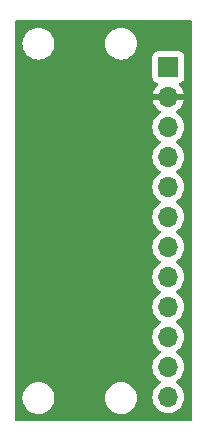
<source format=gbr>
%TF.GenerationSoftware,KiCad,Pcbnew,(7.0.0-0)*%
%TF.CreationDate,2023-06-29T18:43:16+08:00*%
%TF.ProjectId,cirque-connector,63697271-7565-42d6-936f-6e6e6563746f,rev?*%
%TF.SameCoordinates,Original*%
%TF.FileFunction,Copper,L2,Bot*%
%TF.FilePolarity,Positive*%
%FSLAX46Y46*%
G04 Gerber Fmt 4.6, Leading zero omitted, Abs format (unit mm)*
G04 Created by KiCad (PCBNEW (7.0.0-0)) date 2023-06-29 18:43:16*
%MOMM*%
%LPD*%
G01*
G04 APERTURE LIST*
%TA.AperFunction,ComponentPad*%
%ADD10R,1.700000X1.700000*%
%TD*%
%TA.AperFunction,ComponentPad*%
%ADD11O,1.700000X1.700000*%
%TD*%
G04 APERTURE END LIST*
D10*
%TO.P,J2,1,Pin_1*%
%TO.N,/3V*%
X40999999Y-54979999D03*
D11*
%TO.P,J2,2,Pin_2*%
%TO.N,/GND*%
X40999999Y-57519999D03*
%TO.P,J2,3,Pin_3*%
%TO.N,/SDA*%
X40999999Y-60059999D03*
%TO.P,J2,4,Pin_4*%
%TO.N,/SCL*%
X40999999Y-62599999D03*
%TO.P,J2,5,Pin_5*%
%TO.N,Net-(J1-Pin_5)*%
X40999999Y-65139999D03*
%TO.P,J2,6,Pin_6*%
%TO.N,/B2*%
X40999999Y-67679999D03*
%TO.P,J2,7,Pin_7*%
%TO.N,Net-(J1-Pin_7)*%
X40999999Y-70219999D03*
%TO.P,J2,8,Pin_8*%
%TO.N,/SI*%
X40999999Y-72759999D03*
%TO.P,J2,9,Pin_9*%
%TO.N,/DR*%
X40999999Y-75299999D03*
%TO.P,J2,10,Pin_10*%
%TO.N,/SS*%
X40999999Y-77839999D03*
%TO.P,J2,11,Pin_11*%
%TO.N,/SO*%
X40999999Y-80379999D03*
%TO.P,J2,12,Pin_12*%
%TO.N,/SCK*%
X40999999Y-82919999D03*
%TD*%
%TA.AperFunction,Conductor*%
%TO.N,/GND*%
G36*
X42927500Y-51027113D02*
G01*
X42972887Y-51072500D01*
X42989500Y-51134500D01*
X42989500Y-84865500D01*
X42972887Y-84927500D01*
X42927500Y-84972887D01*
X42865500Y-84989500D01*
X28134500Y-84989500D01*
X28072500Y-84972887D01*
X28027113Y-84927500D01*
X28010500Y-84865500D01*
X28010500Y-83000000D01*
X28644341Y-83000000D01*
X28664937Y-83235408D01*
X28666336Y-83240630D01*
X28666337Y-83240634D01*
X28724694Y-83458430D01*
X28724697Y-83458438D01*
X28726097Y-83463663D01*
X28825965Y-83677829D01*
X28961505Y-83871401D01*
X29128599Y-84038495D01*
X29322171Y-84174035D01*
X29536337Y-84273903D01*
X29541567Y-84275304D01*
X29541569Y-84275305D01*
X29583619Y-84286572D01*
X29764592Y-84335063D01*
X29941034Y-84350500D01*
X30056258Y-84350500D01*
X30058966Y-84350500D01*
X30235408Y-84335063D01*
X30463663Y-84273903D01*
X30677829Y-84174035D01*
X30871401Y-84038495D01*
X31038495Y-83871401D01*
X31174035Y-83677830D01*
X31273903Y-83463663D01*
X31335063Y-83235408D01*
X31355659Y-83000000D01*
X35644341Y-83000000D01*
X35664937Y-83235408D01*
X35666336Y-83240630D01*
X35666337Y-83240634D01*
X35724694Y-83458430D01*
X35724697Y-83458438D01*
X35726097Y-83463663D01*
X35825965Y-83677829D01*
X35961505Y-83871401D01*
X36128599Y-84038495D01*
X36322171Y-84174035D01*
X36536337Y-84273903D01*
X36541567Y-84275304D01*
X36541569Y-84275305D01*
X36583619Y-84286572D01*
X36764592Y-84335063D01*
X36941034Y-84350500D01*
X37056258Y-84350500D01*
X37058966Y-84350500D01*
X37235408Y-84335063D01*
X37463663Y-84273903D01*
X37677829Y-84174035D01*
X37871401Y-84038495D01*
X38038495Y-83871401D01*
X38174035Y-83677830D01*
X38273903Y-83463663D01*
X38335063Y-83235408D01*
X38355659Y-83000000D01*
X38348660Y-82920000D01*
X39644341Y-82920000D01*
X39664937Y-83155408D01*
X39666336Y-83160630D01*
X39666337Y-83160634D01*
X39724694Y-83378430D01*
X39724697Y-83378438D01*
X39726097Y-83383663D01*
X39728385Y-83388570D01*
X39728386Y-83388572D01*
X39823678Y-83592927D01*
X39823681Y-83592933D01*
X39825965Y-83597830D01*
X39829064Y-83602257D01*
X39829066Y-83602259D01*
X39958399Y-83786966D01*
X39958402Y-83786970D01*
X39961505Y-83791401D01*
X40128599Y-83958495D01*
X40322170Y-84094035D01*
X40536337Y-84193903D01*
X40764592Y-84255063D01*
X41000000Y-84275659D01*
X41235408Y-84255063D01*
X41463663Y-84193903D01*
X41677830Y-84094035D01*
X41871401Y-83958495D01*
X42038495Y-83791401D01*
X42174035Y-83597830D01*
X42273903Y-83383663D01*
X42335063Y-83155408D01*
X42355659Y-82920000D01*
X42335063Y-82684592D01*
X42273903Y-82456337D01*
X42174035Y-82242171D01*
X42038495Y-82048599D01*
X41871401Y-81881505D01*
X41866968Y-81878401D01*
X41866961Y-81878395D01*
X41685842Y-81751575D01*
X41646976Y-81707257D01*
X41632965Y-81650000D01*
X41646976Y-81592743D01*
X41685842Y-81548425D01*
X41866961Y-81421604D01*
X41866961Y-81421603D01*
X41871401Y-81418495D01*
X42038495Y-81251401D01*
X42174035Y-81057830D01*
X42273903Y-80843663D01*
X42335063Y-80615408D01*
X42355659Y-80380000D01*
X42335063Y-80144592D01*
X42273903Y-79916337D01*
X42174035Y-79702171D01*
X42038495Y-79508599D01*
X41871401Y-79341505D01*
X41866968Y-79338401D01*
X41866961Y-79338395D01*
X41685842Y-79211575D01*
X41646976Y-79167257D01*
X41632965Y-79110000D01*
X41646976Y-79052743D01*
X41685842Y-79008425D01*
X41866961Y-78881604D01*
X41866961Y-78881603D01*
X41871401Y-78878495D01*
X42038495Y-78711401D01*
X42174035Y-78517830D01*
X42273903Y-78303663D01*
X42335063Y-78075408D01*
X42355659Y-77840000D01*
X42335063Y-77604592D01*
X42273903Y-77376337D01*
X42174035Y-77162171D01*
X42038495Y-76968599D01*
X41871401Y-76801505D01*
X41866968Y-76798401D01*
X41866961Y-76798395D01*
X41685842Y-76671575D01*
X41646976Y-76627257D01*
X41632965Y-76570000D01*
X41646976Y-76512743D01*
X41685842Y-76468425D01*
X41866961Y-76341604D01*
X41866961Y-76341603D01*
X41871401Y-76338495D01*
X42038495Y-76171401D01*
X42174035Y-75977830D01*
X42273903Y-75763663D01*
X42335063Y-75535408D01*
X42355659Y-75300000D01*
X42335063Y-75064592D01*
X42273903Y-74836337D01*
X42174035Y-74622171D01*
X42038495Y-74428599D01*
X41871401Y-74261505D01*
X41866968Y-74258401D01*
X41866961Y-74258395D01*
X41685842Y-74131575D01*
X41646976Y-74087257D01*
X41632965Y-74030000D01*
X41646976Y-73972743D01*
X41685842Y-73928425D01*
X41866961Y-73801604D01*
X41866961Y-73801603D01*
X41871401Y-73798495D01*
X42038495Y-73631401D01*
X42174035Y-73437830D01*
X42273903Y-73223663D01*
X42335063Y-72995408D01*
X42355659Y-72760000D01*
X42335063Y-72524592D01*
X42273903Y-72296337D01*
X42174035Y-72082171D01*
X42038495Y-71888599D01*
X41871401Y-71721505D01*
X41866968Y-71718401D01*
X41866961Y-71718395D01*
X41685842Y-71591575D01*
X41646976Y-71547257D01*
X41632965Y-71490000D01*
X41646976Y-71432743D01*
X41685842Y-71388425D01*
X41866961Y-71261604D01*
X41866961Y-71261603D01*
X41871401Y-71258495D01*
X42038495Y-71091401D01*
X42174035Y-70897830D01*
X42273903Y-70683663D01*
X42335063Y-70455408D01*
X42355659Y-70220000D01*
X42335063Y-69984592D01*
X42273903Y-69756337D01*
X42174035Y-69542171D01*
X42038495Y-69348599D01*
X41871401Y-69181505D01*
X41866968Y-69178401D01*
X41866961Y-69178395D01*
X41685842Y-69051575D01*
X41646976Y-69007257D01*
X41632965Y-68950000D01*
X41646976Y-68892743D01*
X41685842Y-68848425D01*
X41866961Y-68721604D01*
X41866961Y-68721603D01*
X41871401Y-68718495D01*
X42038495Y-68551401D01*
X42174035Y-68357830D01*
X42273903Y-68143663D01*
X42335063Y-67915408D01*
X42355659Y-67680000D01*
X42335063Y-67444592D01*
X42273903Y-67216337D01*
X42174035Y-67002171D01*
X42038495Y-66808599D01*
X41871401Y-66641505D01*
X41866968Y-66638401D01*
X41866961Y-66638395D01*
X41685842Y-66511575D01*
X41646976Y-66467257D01*
X41632965Y-66410000D01*
X41646976Y-66352743D01*
X41685842Y-66308425D01*
X41866961Y-66181604D01*
X41866961Y-66181603D01*
X41871401Y-66178495D01*
X42038495Y-66011401D01*
X42174035Y-65817830D01*
X42273903Y-65603663D01*
X42335063Y-65375408D01*
X42355659Y-65140000D01*
X42335063Y-64904592D01*
X42273903Y-64676337D01*
X42174035Y-64462171D01*
X42038495Y-64268599D01*
X41871401Y-64101505D01*
X41866970Y-64098402D01*
X41866966Y-64098399D01*
X41685841Y-63971574D01*
X41646976Y-63927256D01*
X41632965Y-63869999D01*
X41646976Y-63812742D01*
X41685839Y-63768426D01*
X41871401Y-63638495D01*
X42038495Y-63471401D01*
X42174035Y-63277830D01*
X42273903Y-63063663D01*
X42335063Y-62835408D01*
X42355659Y-62600000D01*
X42335063Y-62364592D01*
X42273903Y-62136337D01*
X42174035Y-61922171D01*
X42038495Y-61728599D01*
X41871401Y-61561505D01*
X41866968Y-61558401D01*
X41866961Y-61558395D01*
X41685842Y-61431575D01*
X41646976Y-61387257D01*
X41632965Y-61330000D01*
X41646976Y-61272743D01*
X41685842Y-61228425D01*
X41866961Y-61101604D01*
X41866961Y-61101603D01*
X41871401Y-61098495D01*
X42038495Y-60931401D01*
X42174035Y-60737830D01*
X42273903Y-60523663D01*
X42335063Y-60295408D01*
X42355659Y-60060000D01*
X42335063Y-59824592D01*
X42273903Y-59596337D01*
X42174035Y-59382171D01*
X42038495Y-59188599D01*
X41871401Y-59021505D01*
X41866970Y-59018402D01*
X41866966Y-59018399D01*
X41685405Y-58891269D01*
X41646540Y-58846951D01*
X41632529Y-58789694D01*
X41646540Y-58732437D01*
X41685406Y-58688119D01*
X41866638Y-58561219D01*
X41874909Y-58554278D01*
X42034278Y-58394909D01*
X42041215Y-58386643D01*
X42170498Y-58202008D01*
X42175886Y-58192676D01*
X42271143Y-57988397D01*
X42274831Y-57978263D01*
X42326943Y-57783780D01*
X42327311Y-57772551D01*
X42316369Y-57770000D01*
X39683631Y-57770000D01*
X39672688Y-57772551D01*
X39673056Y-57783780D01*
X39725168Y-57978263D01*
X39728856Y-57988397D01*
X39824113Y-58192676D01*
X39829501Y-58202008D01*
X39958784Y-58386643D01*
X39965721Y-58394909D01*
X40125090Y-58554278D01*
X40133356Y-58561215D01*
X40314595Y-58688120D01*
X40353460Y-58732438D01*
X40367471Y-58789695D01*
X40353460Y-58846952D01*
X40314594Y-58891270D01*
X40133034Y-59018399D01*
X40133029Y-59018402D01*
X40128599Y-59021505D01*
X40124775Y-59025328D01*
X40124769Y-59025334D01*
X39965334Y-59184769D01*
X39965328Y-59184775D01*
X39961505Y-59188599D01*
X39958402Y-59193029D01*
X39958399Y-59193034D01*
X39829073Y-59377731D01*
X39829068Y-59377738D01*
X39825965Y-59382171D01*
X39823677Y-59387077D01*
X39823675Y-59387081D01*
X39728386Y-59591427D01*
X39728383Y-59591432D01*
X39726097Y-59596337D01*
X39724698Y-59601557D01*
X39724694Y-59601569D01*
X39666337Y-59819365D01*
X39666335Y-59819371D01*
X39664937Y-59824592D01*
X39644341Y-60060000D01*
X39664937Y-60295408D01*
X39666336Y-60300630D01*
X39666337Y-60300634D01*
X39724694Y-60518430D01*
X39724697Y-60518438D01*
X39726097Y-60523663D01*
X39728385Y-60528570D01*
X39728386Y-60528572D01*
X39823678Y-60732927D01*
X39823681Y-60732933D01*
X39825965Y-60737830D01*
X39829064Y-60742257D01*
X39829066Y-60742259D01*
X39958399Y-60926966D01*
X39958402Y-60926970D01*
X39961505Y-60931401D01*
X40128599Y-61098495D01*
X40133032Y-61101599D01*
X40133038Y-61101604D01*
X40314158Y-61228425D01*
X40353024Y-61272743D01*
X40367035Y-61330000D01*
X40353024Y-61387257D01*
X40314159Y-61431575D01*
X40133041Y-61558395D01*
X40128599Y-61561505D01*
X40124775Y-61565328D01*
X40124769Y-61565334D01*
X39965334Y-61724769D01*
X39965328Y-61724775D01*
X39961505Y-61728599D01*
X39958402Y-61733029D01*
X39958399Y-61733034D01*
X39829073Y-61917731D01*
X39829068Y-61917738D01*
X39825965Y-61922171D01*
X39823677Y-61927077D01*
X39823675Y-61927081D01*
X39728386Y-62131427D01*
X39728383Y-62131432D01*
X39726097Y-62136337D01*
X39724698Y-62141557D01*
X39724694Y-62141569D01*
X39666337Y-62359365D01*
X39666335Y-62359371D01*
X39664937Y-62364592D01*
X39644341Y-62600000D01*
X39664937Y-62835408D01*
X39666336Y-62840630D01*
X39666337Y-62840634D01*
X39724694Y-63058430D01*
X39724697Y-63058438D01*
X39726097Y-63063663D01*
X39728385Y-63068570D01*
X39728386Y-63068572D01*
X39823678Y-63272927D01*
X39823681Y-63272933D01*
X39825965Y-63277830D01*
X39829064Y-63282257D01*
X39829066Y-63282259D01*
X39958399Y-63466966D01*
X39958402Y-63466970D01*
X39961505Y-63471401D01*
X40128599Y-63638495D01*
X40133032Y-63641599D01*
X40133038Y-63641604D01*
X40314158Y-63768425D01*
X40353024Y-63812743D01*
X40367035Y-63870000D01*
X40353024Y-63927257D01*
X40314160Y-63971574D01*
X40128599Y-64101505D01*
X40124775Y-64105328D01*
X40124769Y-64105334D01*
X39965334Y-64264769D01*
X39965328Y-64264775D01*
X39961505Y-64268599D01*
X39958402Y-64273029D01*
X39958399Y-64273034D01*
X39829073Y-64457731D01*
X39829068Y-64457738D01*
X39825965Y-64462171D01*
X39823677Y-64467077D01*
X39823675Y-64467081D01*
X39728386Y-64671427D01*
X39728383Y-64671432D01*
X39726097Y-64676337D01*
X39724698Y-64681557D01*
X39724694Y-64681569D01*
X39666337Y-64899365D01*
X39666335Y-64899371D01*
X39664937Y-64904592D01*
X39644341Y-65140000D01*
X39664937Y-65375408D01*
X39666336Y-65380630D01*
X39666337Y-65380634D01*
X39724694Y-65598430D01*
X39724697Y-65598438D01*
X39726097Y-65603663D01*
X39728385Y-65608570D01*
X39728386Y-65608572D01*
X39823678Y-65812927D01*
X39823681Y-65812933D01*
X39825965Y-65817830D01*
X39829064Y-65822257D01*
X39829066Y-65822259D01*
X39958399Y-66006966D01*
X39958402Y-66006970D01*
X39961505Y-66011401D01*
X40128599Y-66178495D01*
X40133032Y-66181599D01*
X40133038Y-66181604D01*
X40314158Y-66308425D01*
X40353024Y-66352743D01*
X40367035Y-66410000D01*
X40353024Y-66467257D01*
X40314159Y-66511575D01*
X40133041Y-66638395D01*
X40128599Y-66641505D01*
X40124775Y-66645328D01*
X40124769Y-66645334D01*
X39965334Y-66804769D01*
X39965328Y-66804775D01*
X39961505Y-66808599D01*
X39958402Y-66813029D01*
X39958399Y-66813034D01*
X39829073Y-66997731D01*
X39829068Y-66997738D01*
X39825965Y-67002171D01*
X39823677Y-67007077D01*
X39823675Y-67007081D01*
X39728386Y-67211427D01*
X39728383Y-67211432D01*
X39726097Y-67216337D01*
X39724698Y-67221557D01*
X39724694Y-67221569D01*
X39666337Y-67439365D01*
X39666335Y-67439371D01*
X39664937Y-67444592D01*
X39644341Y-67680000D01*
X39664937Y-67915408D01*
X39666336Y-67920630D01*
X39666337Y-67920634D01*
X39724694Y-68138430D01*
X39724697Y-68138438D01*
X39726097Y-68143663D01*
X39728385Y-68148570D01*
X39728386Y-68148572D01*
X39823678Y-68352927D01*
X39823681Y-68352933D01*
X39825965Y-68357830D01*
X39829064Y-68362257D01*
X39829066Y-68362259D01*
X39958399Y-68546966D01*
X39958402Y-68546970D01*
X39961505Y-68551401D01*
X40128599Y-68718495D01*
X40133032Y-68721599D01*
X40133038Y-68721604D01*
X40314158Y-68848425D01*
X40353024Y-68892743D01*
X40367035Y-68950000D01*
X40353024Y-69007257D01*
X40314159Y-69051575D01*
X40133041Y-69178395D01*
X40128599Y-69181505D01*
X40124775Y-69185328D01*
X40124769Y-69185334D01*
X39965334Y-69344769D01*
X39965328Y-69344775D01*
X39961505Y-69348599D01*
X39958402Y-69353029D01*
X39958399Y-69353034D01*
X39829073Y-69537731D01*
X39829068Y-69537738D01*
X39825965Y-69542171D01*
X39823677Y-69547077D01*
X39823675Y-69547081D01*
X39728386Y-69751427D01*
X39728383Y-69751432D01*
X39726097Y-69756337D01*
X39724698Y-69761557D01*
X39724694Y-69761569D01*
X39666337Y-69979365D01*
X39666335Y-69979371D01*
X39664937Y-69984592D01*
X39644341Y-70220000D01*
X39664937Y-70455408D01*
X39666336Y-70460630D01*
X39666337Y-70460634D01*
X39724694Y-70678430D01*
X39724697Y-70678438D01*
X39726097Y-70683663D01*
X39728385Y-70688570D01*
X39728386Y-70688572D01*
X39823678Y-70892927D01*
X39823681Y-70892933D01*
X39825965Y-70897830D01*
X39829064Y-70902257D01*
X39829066Y-70902259D01*
X39958399Y-71086966D01*
X39958402Y-71086970D01*
X39961505Y-71091401D01*
X40128599Y-71258495D01*
X40133032Y-71261599D01*
X40133038Y-71261604D01*
X40314158Y-71388425D01*
X40353024Y-71432743D01*
X40367035Y-71490000D01*
X40353024Y-71547257D01*
X40314159Y-71591575D01*
X40133041Y-71718395D01*
X40128599Y-71721505D01*
X40124775Y-71725328D01*
X40124769Y-71725334D01*
X39965334Y-71884769D01*
X39965328Y-71884775D01*
X39961505Y-71888599D01*
X39958402Y-71893029D01*
X39958399Y-71893034D01*
X39829073Y-72077731D01*
X39829068Y-72077738D01*
X39825965Y-72082171D01*
X39823677Y-72087077D01*
X39823675Y-72087081D01*
X39728386Y-72291427D01*
X39728383Y-72291432D01*
X39726097Y-72296337D01*
X39724698Y-72301557D01*
X39724694Y-72301569D01*
X39666337Y-72519365D01*
X39666335Y-72519371D01*
X39664937Y-72524592D01*
X39644341Y-72760000D01*
X39664937Y-72995408D01*
X39666336Y-73000630D01*
X39666337Y-73000634D01*
X39724694Y-73218430D01*
X39724697Y-73218438D01*
X39726097Y-73223663D01*
X39728385Y-73228570D01*
X39728386Y-73228572D01*
X39823678Y-73432927D01*
X39823681Y-73432933D01*
X39825965Y-73437830D01*
X39829064Y-73442257D01*
X39829066Y-73442259D01*
X39958399Y-73626966D01*
X39958402Y-73626970D01*
X39961505Y-73631401D01*
X40128599Y-73798495D01*
X40133032Y-73801599D01*
X40133038Y-73801604D01*
X40314158Y-73928425D01*
X40353024Y-73972743D01*
X40367035Y-74030000D01*
X40353024Y-74087257D01*
X40314159Y-74131575D01*
X40133041Y-74258395D01*
X40128599Y-74261505D01*
X40124775Y-74265328D01*
X40124769Y-74265334D01*
X39965334Y-74424769D01*
X39965328Y-74424775D01*
X39961505Y-74428599D01*
X39958402Y-74433029D01*
X39958399Y-74433034D01*
X39829073Y-74617731D01*
X39829068Y-74617738D01*
X39825965Y-74622171D01*
X39823677Y-74627077D01*
X39823675Y-74627081D01*
X39728386Y-74831427D01*
X39728383Y-74831432D01*
X39726097Y-74836337D01*
X39724698Y-74841557D01*
X39724694Y-74841569D01*
X39666337Y-75059365D01*
X39666335Y-75059371D01*
X39664937Y-75064592D01*
X39644341Y-75300000D01*
X39664937Y-75535408D01*
X39666336Y-75540630D01*
X39666337Y-75540634D01*
X39724694Y-75758430D01*
X39724697Y-75758438D01*
X39726097Y-75763663D01*
X39728385Y-75768570D01*
X39728386Y-75768572D01*
X39823678Y-75972927D01*
X39823681Y-75972933D01*
X39825965Y-75977830D01*
X39829064Y-75982257D01*
X39829066Y-75982259D01*
X39958399Y-76166966D01*
X39958402Y-76166970D01*
X39961505Y-76171401D01*
X40128599Y-76338495D01*
X40133032Y-76341599D01*
X40133038Y-76341604D01*
X40314158Y-76468425D01*
X40353024Y-76512743D01*
X40367035Y-76570000D01*
X40353024Y-76627257D01*
X40314159Y-76671575D01*
X40133041Y-76798395D01*
X40128599Y-76801505D01*
X40124775Y-76805328D01*
X40124769Y-76805334D01*
X39965334Y-76964769D01*
X39965328Y-76964775D01*
X39961505Y-76968599D01*
X39958402Y-76973029D01*
X39958399Y-76973034D01*
X39829073Y-77157731D01*
X39829068Y-77157738D01*
X39825965Y-77162171D01*
X39823677Y-77167077D01*
X39823675Y-77167081D01*
X39728386Y-77371427D01*
X39728383Y-77371432D01*
X39726097Y-77376337D01*
X39724698Y-77381557D01*
X39724694Y-77381569D01*
X39666337Y-77599365D01*
X39666335Y-77599371D01*
X39664937Y-77604592D01*
X39644341Y-77840000D01*
X39664937Y-78075408D01*
X39666336Y-78080630D01*
X39666337Y-78080634D01*
X39724694Y-78298430D01*
X39724697Y-78298438D01*
X39726097Y-78303663D01*
X39728385Y-78308570D01*
X39728386Y-78308572D01*
X39823678Y-78512927D01*
X39823681Y-78512933D01*
X39825965Y-78517830D01*
X39829064Y-78522257D01*
X39829066Y-78522259D01*
X39958399Y-78706966D01*
X39958402Y-78706970D01*
X39961505Y-78711401D01*
X40128599Y-78878495D01*
X40133032Y-78881599D01*
X40133038Y-78881604D01*
X40314158Y-79008425D01*
X40353024Y-79052743D01*
X40367035Y-79110000D01*
X40353024Y-79167257D01*
X40314159Y-79211575D01*
X40133041Y-79338395D01*
X40128599Y-79341505D01*
X40124775Y-79345328D01*
X40124769Y-79345334D01*
X39965334Y-79504769D01*
X39965328Y-79504775D01*
X39961505Y-79508599D01*
X39958402Y-79513029D01*
X39958399Y-79513034D01*
X39829073Y-79697731D01*
X39829068Y-79697738D01*
X39825965Y-79702171D01*
X39823677Y-79707077D01*
X39823675Y-79707081D01*
X39728386Y-79911427D01*
X39728383Y-79911432D01*
X39726097Y-79916337D01*
X39724698Y-79921557D01*
X39724694Y-79921569D01*
X39666337Y-80139365D01*
X39666335Y-80139371D01*
X39664937Y-80144592D01*
X39644341Y-80380000D01*
X39664937Y-80615408D01*
X39666336Y-80620630D01*
X39666337Y-80620634D01*
X39724694Y-80838430D01*
X39724697Y-80838438D01*
X39726097Y-80843663D01*
X39728385Y-80848570D01*
X39728386Y-80848572D01*
X39823678Y-81052927D01*
X39823681Y-81052933D01*
X39825965Y-81057830D01*
X39829064Y-81062257D01*
X39829066Y-81062259D01*
X39958399Y-81246966D01*
X39958402Y-81246970D01*
X39961505Y-81251401D01*
X40128599Y-81418495D01*
X40133032Y-81421599D01*
X40133038Y-81421604D01*
X40314158Y-81548425D01*
X40353024Y-81592743D01*
X40367035Y-81650000D01*
X40353024Y-81707257D01*
X40314159Y-81751575D01*
X40133041Y-81878395D01*
X40128599Y-81881505D01*
X40124775Y-81885328D01*
X40124769Y-81885334D01*
X39965334Y-82044769D01*
X39965328Y-82044775D01*
X39961505Y-82048599D01*
X39958402Y-82053029D01*
X39958399Y-82053034D01*
X39829073Y-82237731D01*
X39829068Y-82237738D01*
X39825965Y-82242171D01*
X39823677Y-82247077D01*
X39823675Y-82247081D01*
X39728386Y-82451427D01*
X39728383Y-82451432D01*
X39726097Y-82456337D01*
X39724698Y-82461557D01*
X39724694Y-82461569D01*
X39666337Y-82679365D01*
X39666335Y-82679371D01*
X39664937Y-82684592D01*
X39664465Y-82689977D01*
X39664465Y-82689982D01*
X39657466Y-82769982D01*
X39644341Y-82920000D01*
X38348660Y-82920000D01*
X38335063Y-82764592D01*
X38273903Y-82536337D01*
X38174035Y-82322171D01*
X38038495Y-82128599D01*
X37871401Y-81961505D01*
X37677829Y-81825965D01*
X37609908Y-81794292D01*
X37468572Y-81728386D01*
X37468570Y-81728385D01*
X37463663Y-81726097D01*
X37458438Y-81724697D01*
X37458430Y-81724694D01*
X37240634Y-81666337D01*
X37240630Y-81666336D01*
X37235408Y-81664937D01*
X37230020Y-81664465D01*
X37230017Y-81664465D01*
X37061664Y-81649736D01*
X37061662Y-81649735D01*
X37058966Y-81649500D01*
X36941034Y-81649500D01*
X36938338Y-81649735D01*
X36938335Y-81649736D01*
X36769982Y-81664465D01*
X36769977Y-81664465D01*
X36764592Y-81664937D01*
X36759371Y-81666335D01*
X36759365Y-81666337D01*
X36541569Y-81724694D01*
X36541557Y-81724698D01*
X36536337Y-81726097D01*
X36531432Y-81728383D01*
X36531427Y-81728386D01*
X36327081Y-81823675D01*
X36327077Y-81823677D01*
X36322171Y-81825965D01*
X36317738Y-81829068D01*
X36317731Y-81829073D01*
X36133034Y-81958399D01*
X36133029Y-81958402D01*
X36128599Y-81961505D01*
X36124775Y-81965328D01*
X36124769Y-81965334D01*
X35965336Y-82124767D01*
X35965330Y-82124773D01*
X35961505Y-82128599D01*
X35958406Y-82133023D01*
X35958399Y-82133033D01*
X35829066Y-82317740D01*
X35829061Y-82317747D01*
X35825965Y-82322170D01*
X35823683Y-82327061D01*
X35823678Y-82327072D01*
X35728386Y-82531427D01*
X35728383Y-82531432D01*
X35726097Y-82536337D01*
X35724698Y-82541557D01*
X35724694Y-82541569D01*
X35666337Y-82759365D01*
X35666335Y-82759371D01*
X35664937Y-82764592D01*
X35644341Y-83000000D01*
X31355659Y-83000000D01*
X31335063Y-82764592D01*
X31273903Y-82536337D01*
X31174035Y-82322171D01*
X31038495Y-82128599D01*
X30871401Y-81961505D01*
X30677829Y-81825965D01*
X30609908Y-81794292D01*
X30468572Y-81728386D01*
X30468570Y-81728385D01*
X30463663Y-81726097D01*
X30458438Y-81724697D01*
X30458430Y-81724694D01*
X30240634Y-81666337D01*
X30240630Y-81666336D01*
X30235408Y-81664937D01*
X30230020Y-81664465D01*
X30230017Y-81664465D01*
X30061664Y-81649736D01*
X30061662Y-81649735D01*
X30058966Y-81649500D01*
X29941034Y-81649500D01*
X29938338Y-81649735D01*
X29938335Y-81649736D01*
X29769982Y-81664465D01*
X29769977Y-81664465D01*
X29764592Y-81664937D01*
X29759371Y-81666335D01*
X29759365Y-81666337D01*
X29541569Y-81724694D01*
X29541557Y-81724698D01*
X29536337Y-81726097D01*
X29531432Y-81728383D01*
X29531427Y-81728386D01*
X29327081Y-81823675D01*
X29327077Y-81823677D01*
X29322171Y-81825965D01*
X29317738Y-81829068D01*
X29317731Y-81829073D01*
X29133034Y-81958399D01*
X29133029Y-81958402D01*
X29128599Y-81961505D01*
X29124775Y-81965328D01*
X29124769Y-81965334D01*
X28965336Y-82124767D01*
X28965330Y-82124773D01*
X28961505Y-82128599D01*
X28958406Y-82133023D01*
X28958399Y-82133033D01*
X28829066Y-82317740D01*
X28829061Y-82317747D01*
X28825965Y-82322170D01*
X28823683Y-82327061D01*
X28823678Y-82327072D01*
X28728386Y-82531427D01*
X28728383Y-82531432D01*
X28726097Y-82536337D01*
X28724698Y-82541557D01*
X28724694Y-82541569D01*
X28666337Y-82759365D01*
X28666335Y-82759371D01*
X28664937Y-82764592D01*
X28644341Y-83000000D01*
X28010500Y-83000000D01*
X28010500Y-55874578D01*
X39649500Y-55874578D01*
X39649501Y-55877872D01*
X39649853Y-55881150D01*
X39649854Y-55881161D01*
X39655079Y-55929768D01*
X39655080Y-55929773D01*
X39655909Y-55937483D01*
X39658619Y-55944749D01*
X39658620Y-55944753D01*
X39692217Y-56034831D01*
X39706204Y-56072331D01*
X39792454Y-56187546D01*
X39907669Y-56273796D01*
X40039598Y-56323002D01*
X40089977Y-56357981D01*
X40117431Y-56412825D01*
X40115242Y-56474118D01*
X40083947Y-56526865D01*
X39965714Y-56645098D01*
X39958784Y-56653357D01*
X39829508Y-56837982D01*
X39824110Y-56847332D01*
X39728856Y-57051602D01*
X39725168Y-57061736D01*
X39673056Y-57256219D01*
X39672688Y-57267448D01*
X39683631Y-57270000D01*
X42316369Y-57270000D01*
X42327311Y-57267448D01*
X42326943Y-57256219D01*
X42274831Y-57061736D01*
X42271143Y-57051602D01*
X42175889Y-56847332D01*
X42170491Y-56837982D01*
X42041215Y-56653357D01*
X42034280Y-56645092D01*
X41916053Y-56526865D01*
X41884757Y-56474119D01*
X41882568Y-56412825D01*
X41910022Y-56357981D01*
X41960398Y-56323003D01*
X42092331Y-56273796D01*
X42207546Y-56187546D01*
X42293796Y-56072331D01*
X42344091Y-55937483D01*
X42350500Y-55877873D01*
X42350499Y-54082128D01*
X42344091Y-54022517D01*
X42293796Y-53887669D01*
X42207546Y-53772454D01*
X42092331Y-53686204D01*
X41957483Y-53635909D01*
X41949770Y-53635079D01*
X41949767Y-53635079D01*
X41901180Y-53629855D01*
X41901169Y-53629854D01*
X41897873Y-53629500D01*
X41894550Y-53629500D01*
X40105439Y-53629500D01*
X40105420Y-53629500D01*
X40102128Y-53629501D01*
X40098850Y-53629853D01*
X40098838Y-53629854D01*
X40050231Y-53635079D01*
X40050225Y-53635080D01*
X40042517Y-53635909D01*
X40035252Y-53638618D01*
X40035246Y-53638620D01*
X39915980Y-53683104D01*
X39915978Y-53683104D01*
X39907669Y-53686204D01*
X39900572Y-53691516D01*
X39900568Y-53691519D01*
X39799550Y-53767141D01*
X39799546Y-53767144D01*
X39792454Y-53772454D01*
X39787144Y-53779546D01*
X39787141Y-53779550D01*
X39711519Y-53880568D01*
X39711516Y-53880572D01*
X39706204Y-53887669D01*
X39703104Y-53895978D01*
X39703104Y-53895980D01*
X39658620Y-54015247D01*
X39658619Y-54015250D01*
X39655909Y-54022517D01*
X39655079Y-54030227D01*
X39655079Y-54030232D01*
X39649855Y-54078819D01*
X39649854Y-54078831D01*
X39649500Y-54082127D01*
X39649500Y-54085448D01*
X39649500Y-54085449D01*
X39649500Y-55874560D01*
X39649500Y-55874578D01*
X28010500Y-55874578D01*
X28010500Y-53000000D01*
X28644341Y-53000000D01*
X28664937Y-53235408D01*
X28666336Y-53240630D01*
X28666337Y-53240634D01*
X28724694Y-53458430D01*
X28724697Y-53458438D01*
X28726097Y-53463663D01*
X28825965Y-53677829D01*
X28829072Y-53682266D01*
X28829073Y-53682268D01*
X28914350Y-53804057D01*
X28961505Y-53871401D01*
X29128599Y-54038495D01*
X29322171Y-54174035D01*
X29536337Y-54273903D01*
X29764592Y-54335063D01*
X29941034Y-54350500D01*
X30056258Y-54350500D01*
X30058966Y-54350500D01*
X30235408Y-54335063D01*
X30463663Y-54273903D01*
X30677829Y-54174035D01*
X30871401Y-54038495D01*
X31038495Y-53871401D01*
X31174035Y-53677830D01*
X31273903Y-53463663D01*
X31335063Y-53235408D01*
X31355659Y-53000000D01*
X35644341Y-53000000D01*
X35664937Y-53235408D01*
X35666336Y-53240630D01*
X35666337Y-53240634D01*
X35724694Y-53458430D01*
X35724697Y-53458438D01*
X35726097Y-53463663D01*
X35825965Y-53677829D01*
X35829072Y-53682266D01*
X35829073Y-53682268D01*
X35914350Y-53804057D01*
X35961505Y-53871401D01*
X36128599Y-54038495D01*
X36322171Y-54174035D01*
X36536337Y-54273903D01*
X36764592Y-54335063D01*
X36941034Y-54350500D01*
X37056258Y-54350500D01*
X37058966Y-54350500D01*
X37235408Y-54335063D01*
X37463663Y-54273903D01*
X37677829Y-54174035D01*
X37871401Y-54038495D01*
X38038495Y-53871401D01*
X38174035Y-53677830D01*
X38273903Y-53463663D01*
X38335063Y-53235408D01*
X38355659Y-53000000D01*
X38335063Y-52764592D01*
X38273903Y-52536337D01*
X38174035Y-52322171D01*
X38038495Y-52128599D01*
X37871401Y-51961505D01*
X37677829Y-51825965D01*
X37463663Y-51726097D01*
X37458438Y-51724697D01*
X37458430Y-51724694D01*
X37240634Y-51666337D01*
X37240630Y-51666336D01*
X37235408Y-51664937D01*
X37230020Y-51664465D01*
X37230017Y-51664465D01*
X37061664Y-51649736D01*
X37061662Y-51649735D01*
X37058966Y-51649500D01*
X36941034Y-51649500D01*
X36938338Y-51649735D01*
X36938335Y-51649736D01*
X36769982Y-51664465D01*
X36769977Y-51664465D01*
X36764592Y-51664937D01*
X36759371Y-51666335D01*
X36759365Y-51666337D01*
X36541569Y-51724694D01*
X36541557Y-51724698D01*
X36536337Y-51726097D01*
X36531432Y-51728383D01*
X36531427Y-51728386D01*
X36327081Y-51823675D01*
X36327077Y-51823677D01*
X36322171Y-51825965D01*
X36317738Y-51829068D01*
X36317731Y-51829073D01*
X36133034Y-51958399D01*
X36133029Y-51958402D01*
X36128599Y-51961505D01*
X36124775Y-51965328D01*
X36124769Y-51965334D01*
X35965336Y-52124767D01*
X35965330Y-52124773D01*
X35961505Y-52128599D01*
X35958406Y-52133023D01*
X35958399Y-52133033D01*
X35829066Y-52317740D01*
X35829061Y-52317747D01*
X35825965Y-52322170D01*
X35823683Y-52327061D01*
X35823678Y-52327072D01*
X35728386Y-52531427D01*
X35728383Y-52531432D01*
X35726097Y-52536337D01*
X35724698Y-52541557D01*
X35724694Y-52541569D01*
X35666337Y-52759365D01*
X35666335Y-52759371D01*
X35664937Y-52764592D01*
X35644341Y-53000000D01*
X31355659Y-53000000D01*
X31335063Y-52764592D01*
X31273903Y-52536337D01*
X31174035Y-52322171D01*
X31038495Y-52128599D01*
X30871401Y-51961505D01*
X30677829Y-51825965D01*
X30463663Y-51726097D01*
X30458438Y-51724697D01*
X30458430Y-51724694D01*
X30240634Y-51666337D01*
X30240630Y-51666336D01*
X30235408Y-51664937D01*
X30230020Y-51664465D01*
X30230017Y-51664465D01*
X30061664Y-51649736D01*
X30061662Y-51649735D01*
X30058966Y-51649500D01*
X29941034Y-51649500D01*
X29938338Y-51649735D01*
X29938335Y-51649736D01*
X29769982Y-51664465D01*
X29769977Y-51664465D01*
X29764592Y-51664937D01*
X29759371Y-51666335D01*
X29759365Y-51666337D01*
X29541569Y-51724694D01*
X29541557Y-51724698D01*
X29536337Y-51726097D01*
X29531432Y-51728383D01*
X29531427Y-51728386D01*
X29327081Y-51823675D01*
X29327077Y-51823677D01*
X29322171Y-51825965D01*
X29317738Y-51829068D01*
X29317731Y-51829073D01*
X29133034Y-51958399D01*
X29133029Y-51958402D01*
X29128599Y-51961505D01*
X29124775Y-51965328D01*
X29124769Y-51965334D01*
X28965336Y-52124767D01*
X28965330Y-52124773D01*
X28961505Y-52128599D01*
X28958406Y-52133023D01*
X28958399Y-52133033D01*
X28829066Y-52317740D01*
X28829061Y-52317747D01*
X28825965Y-52322170D01*
X28823683Y-52327061D01*
X28823678Y-52327072D01*
X28728386Y-52531427D01*
X28728383Y-52531432D01*
X28726097Y-52536337D01*
X28724698Y-52541557D01*
X28724694Y-52541569D01*
X28666337Y-52759365D01*
X28666335Y-52759371D01*
X28664937Y-52764592D01*
X28644341Y-53000000D01*
X28010500Y-53000000D01*
X28010500Y-51134500D01*
X28027113Y-51072500D01*
X28072500Y-51027113D01*
X28134500Y-51010500D01*
X42865500Y-51010500D01*
X42927500Y-51027113D01*
G37*
%TD.AperFunction*%
%TD*%
M02*

</source>
